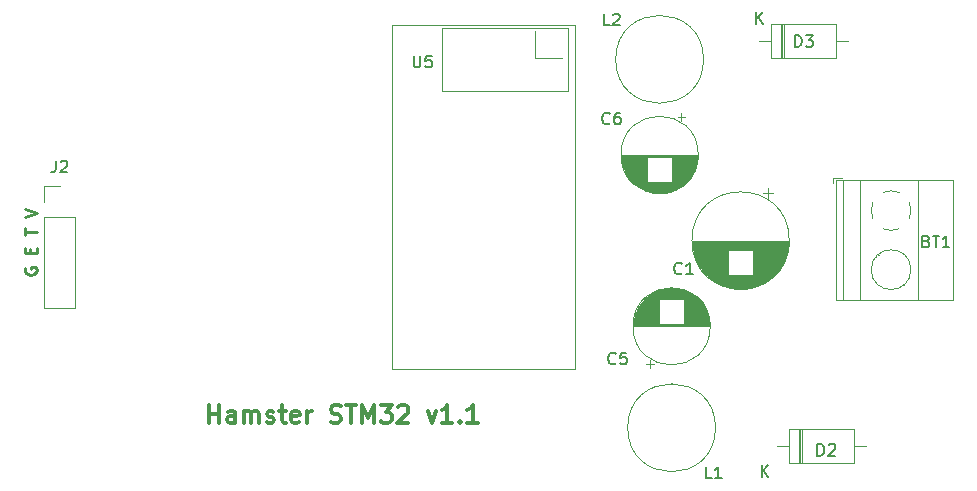
<source format=gto>
G04 #@! TF.GenerationSoftware,KiCad,Pcbnew,5.0.0*
G04 #@! TF.CreationDate,2018-09-22T16:12:04+03:00*
G04 #@! TF.ProjectId,stm32-hamster,73746D33322D68616D737465722E6B69,rev?*
G04 #@! TF.SameCoordinates,Original*
G04 #@! TF.FileFunction,Legend,Top*
G04 #@! TF.FilePolarity,Positive*
%FSLAX46Y46*%
G04 Gerber Fmt 4.6, Leading zero omitted, Abs format (unit mm)*
G04 Created by KiCad (PCBNEW 5.0.0) date Sat Sep 22 16:12:04 2018*
%MOMM*%
%LPD*%
G01*
G04 APERTURE LIST*
%ADD10C,0.250000*%
%ADD11C,0.300000*%
%ADD12C,0.120000*%
%ADD13C,0.150000*%
G04 APERTURE END LIST*
D10*
X105300000Y-98442857D02*
X105252380Y-98538095D01*
X105252380Y-98680952D01*
X105300000Y-98823809D01*
X105395238Y-98919047D01*
X105490476Y-98966666D01*
X105680952Y-99014285D01*
X105823809Y-99014285D01*
X106014285Y-98966666D01*
X106109523Y-98919047D01*
X106204761Y-98823809D01*
X106252380Y-98680952D01*
X106252380Y-98585714D01*
X106204761Y-98442857D01*
X106157142Y-98395238D01*
X105823809Y-98395238D01*
X105823809Y-98585714D01*
X105728571Y-97204761D02*
X105728571Y-96871428D01*
X106252380Y-96728571D02*
X106252380Y-97204761D01*
X105252380Y-97204761D01*
X105252380Y-96728571D01*
X105252380Y-95680952D02*
X105252380Y-95109523D01*
X106252380Y-95395238D02*
X105252380Y-95395238D01*
X105252380Y-94157142D02*
X106252380Y-93823809D01*
X105252380Y-93490476D01*
D11*
X120878571Y-111578571D02*
X120878571Y-110078571D01*
X120878571Y-110792857D02*
X121735714Y-110792857D01*
X121735714Y-111578571D02*
X121735714Y-110078571D01*
X123092857Y-111578571D02*
X123092857Y-110792857D01*
X123021428Y-110650000D01*
X122878571Y-110578571D01*
X122592857Y-110578571D01*
X122450000Y-110650000D01*
X123092857Y-111507142D02*
X122950000Y-111578571D01*
X122592857Y-111578571D01*
X122450000Y-111507142D01*
X122378571Y-111364285D01*
X122378571Y-111221428D01*
X122450000Y-111078571D01*
X122592857Y-111007142D01*
X122950000Y-111007142D01*
X123092857Y-110935714D01*
X123807142Y-111578571D02*
X123807142Y-110578571D01*
X123807142Y-110721428D02*
X123878571Y-110650000D01*
X124021428Y-110578571D01*
X124235714Y-110578571D01*
X124378571Y-110650000D01*
X124450000Y-110792857D01*
X124450000Y-111578571D01*
X124450000Y-110792857D02*
X124521428Y-110650000D01*
X124664285Y-110578571D01*
X124878571Y-110578571D01*
X125021428Y-110650000D01*
X125092857Y-110792857D01*
X125092857Y-111578571D01*
X125735714Y-111507142D02*
X125878571Y-111578571D01*
X126164285Y-111578571D01*
X126307142Y-111507142D01*
X126378571Y-111364285D01*
X126378571Y-111292857D01*
X126307142Y-111150000D01*
X126164285Y-111078571D01*
X125950000Y-111078571D01*
X125807142Y-111007142D01*
X125735714Y-110864285D01*
X125735714Y-110792857D01*
X125807142Y-110650000D01*
X125950000Y-110578571D01*
X126164285Y-110578571D01*
X126307142Y-110650000D01*
X126807142Y-110578571D02*
X127378571Y-110578571D01*
X127021428Y-110078571D02*
X127021428Y-111364285D01*
X127092857Y-111507142D01*
X127235714Y-111578571D01*
X127378571Y-111578571D01*
X128450000Y-111507142D02*
X128307142Y-111578571D01*
X128021428Y-111578571D01*
X127878571Y-111507142D01*
X127807142Y-111364285D01*
X127807142Y-110792857D01*
X127878571Y-110650000D01*
X128021428Y-110578571D01*
X128307142Y-110578571D01*
X128450000Y-110650000D01*
X128521428Y-110792857D01*
X128521428Y-110935714D01*
X127807142Y-111078571D01*
X129164285Y-111578571D02*
X129164285Y-110578571D01*
X129164285Y-110864285D02*
X129235714Y-110721428D01*
X129307142Y-110650000D01*
X129450000Y-110578571D01*
X129592857Y-110578571D01*
X131164285Y-111507142D02*
X131378571Y-111578571D01*
X131735714Y-111578571D01*
X131878571Y-111507142D01*
X131950000Y-111435714D01*
X132021428Y-111292857D01*
X132021428Y-111150000D01*
X131950000Y-111007142D01*
X131878571Y-110935714D01*
X131735714Y-110864285D01*
X131450000Y-110792857D01*
X131307142Y-110721428D01*
X131235714Y-110650000D01*
X131164285Y-110507142D01*
X131164285Y-110364285D01*
X131235714Y-110221428D01*
X131307142Y-110150000D01*
X131450000Y-110078571D01*
X131807142Y-110078571D01*
X132021428Y-110150000D01*
X132450000Y-110078571D02*
X133307142Y-110078571D01*
X132878571Y-111578571D02*
X132878571Y-110078571D01*
X133807142Y-111578571D02*
X133807142Y-110078571D01*
X134307142Y-111150000D01*
X134807142Y-110078571D01*
X134807142Y-111578571D01*
X135378571Y-110078571D02*
X136307142Y-110078571D01*
X135807142Y-110650000D01*
X136021428Y-110650000D01*
X136164285Y-110721428D01*
X136235714Y-110792857D01*
X136307142Y-110935714D01*
X136307142Y-111292857D01*
X136235714Y-111435714D01*
X136164285Y-111507142D01*
X136021428Y-111578571D01*
X135592857Y-111578571D01*
X135450000Y-111507142D01*
X135378571Y-111435714D01*
X136878571Y-110221428D02*
X136950000Y-110150000D01*
X137092857Y-110078571D01*
X137450000Y-110078571D01*
X137592857Y-110150000D01*
X137664285Y-110221428D01*
X137735714Y-110364285D01*
X137735714Y-110507142D01*
X137664285Y-110721428D01*
X136807142Y-111578571D01*
X137735714Y-111578571D01*
X139378571Y-110578571D02*
X139735714Y-111578571D01*
X140092857Y-110578571D01*
X141450000Y-111578571D02*
X140592857Y-111578571D01*
X141021428Y-111578571D02*
X141021428Y-110078571D01*
X140878571Y-110292857D01*
X140735714Y-110435714D01*
X140592857Y-110507142D01*
X142092857Y-111435714D02*
X142164285Y-111507142D01*
X142092857Y-111578571D01*
X142021428Y-111507142D01*
X142092857Y-111435714D01*
X142092857Y-111578571D01*
X143592857Y-111578571D02*
X142735714Y-111578571D01*
X143164285Y-111578571D02*
X143164285Y-110078571D01*
X143021428Y-110292857D01*
X142878571Y-110435714D01*
X142735714Y-110507142D01*
D12*
G04 #@! TO.C,D2*
X170780000Y-112068000D02*
X170780000Y-115008000D01*
X171020000Y-112068000D02*
X171020000Y-115008000D01*
X170900000Y-112068000D02*
X170900000Y-115008000D01*
X176460000Y-113538000D02*
X175440000Y-113538000D01*
X168980000Y-113538000D02*
X170000000Y-113538000D01*
X175440000Y-112068000D02*
X170000000Y-112068000D01*
X175440000Y-115008000D02*
X175440000Y-112068000D01*
X170000000Y-115008000D02*
X175440000Y-115008000D01*
X170000000Y-112068000D02*
X170000000Y-115008000D01*
G04 #@! TO.C,L1*
X163740000Y-111990000D02*
G75*
G03X163740000Y-111990000I-3720000J0D01*
G01*
G04 #@! TO.C,C1*
X169982000Y-96134000D02*
G75*
G03X169982000Y-96134000I-4120000J0D01*
G01*
X169942000Y-96134000D02*
X161782000Y-96134000D01*
X169942000Y-96174000D02*
X161782000Y-96174000D01*
X169942000Y-96214000D02*
X161782000Y-96214000D01*
X169941000Y-96254000D02*
X161783000Y-96254000D01*
X169939000Y-96294000D02*
X161785000Y-96294000D01*
X169938000Y-96334000D02*
X161786000Y-96334000D01*
X169936000Y-96374000D02*
X161788000Y-96374000D01*
X169933000Y-96414000D02*
X161791000Y-96414000D01*
X169930000Y-96454000D02*
X161794000Y-96454000D01*
X169927000Y-96494000D02*
X161797000Y-96494000D01*
X169923000Y-96534000D02*
X161801000Y-96534000D01*
X169919000Y-96574000D02*
X161805000Y-96574000D01*
X169914000Y-96614000D02*
X161810000Y-96614000D01*
X169910000Y-96654000D02*
X161814000Y-96654000D01*
X169904000Y-96694000D02*
X161820000Y-96694000D01*
X169899000Y-96734000D02*
X161825000Y-96734000D01*
X169892000Y-96774000D02*
X161832000Y-96774000D01*
X169886000Y-96814000D02*
X161838000Y-96814000D01*
X169879000Y-96855000D02*
X161845000Y-96855000D01*
X169872000Y-96895000D02*
X161852000Y-96895000D01*
X169864000Y-96935000D02*
X161860000Y-96935000D01*
X169856000Y-96975000D02*
X161868000Y-96975000D01*
X169847000Y-97015000D02*
X166902000Y-97015000D01*
X164822000Y-97015000D02*
X161877000Y-97015000D01*
X169838000Y-97055000D02*
X166902000Y-97055000D01*
X164822000Y-97055000D02*
X161886000Y-97055000D01*
X169829000Y-97095000D02*
X166902000Y-97095000D01*
X164822000Y-97095000D02*
X161895000Y-97095000D01*
X169819000Y-97135000D02*
X166902000Y-97135000D01*
X164822000Y-97135000D02*
X161905000Y-97135000D01*
X169809000Y-97175000D02*
X166902000Y-97175000D01*
X164822000Y-97175000D02*
X161915000Y-97175000D01*
X169798000Y-97215000D02*
X166902000Y-97215000D01*
X164822000Y-97215000D02*
X161926000Y-97215000D01*
X169787000Y-97255000D02*
X166902000Y-97255000D01*
X164822000Y-97255000D02*
X161937000Y-97255000D01*
X169776000Y-97295000D02*
X166902000Y-97295000D01*
X164822000Y-97295000D02*
X161948000Y-97295000D01*
X169764000Y-97335000D02*
X166902000Y-97335000D01*
X164822000Y-97335000D02*
X161960000Y-97335000D01*
X169751000Y-97375000D02*
X166902000Y-97375000D01*
X164822000Y-97375000D02*
X161973000Y-97375000D01*
X169739000Y-97415000D02*
X166902000Y-97415000D01*
X164822000Y-97415000D02*
X161985000Y-97415000D01*
X169725000Y-97455000D02*
X166902000Y-97455000D01*
X164822000Y-97455000D02*
X161999000Y-97455000D01*
X169712000Y-97495000D02*
X166902000Y-97495000D01*
X164822000Y-97495000D02*
X162012000Y-97495000D01*
X169697000Y-97535000D02*
X166902000Y-97535000D01*
X164822000Y-97535000D02*
X162027000Y-97535000D01*
X169683000Y-97575000D02*
X166902000Y-97575000D01*
X164822000Y-97575000D02*
X162041000Y-97575000D01*
X169667000Y-97615000D02*
X166902000Y-97615000D01*
X164822000Y-97615000D02*
X162057000Y-97615000D01*
X169652000Y-97655000D02*
X166902000Y-97655000D01*
X164822000Y-97655000D02*
X162072000Y-97655000D01*
X169636000Y-97695000D02*
X166902000Y-97695000D01*
X164822000Y-97695000D02*
X162088000Y-97695000D01*
X169619000Y-97735000D02*
X166902000Y-97735000D01*
X164822000Y-97735000D02*
X162105000Y-97735000D01*
X169602000Y-97775000D02*
X166902000Y-97775000D01*
X164822000Y-97775000D02*
X162122000Y-97775000D01*
X169584000Y-97815000D02*
X166902000Y-97815000D01*
X164822000Y-97815000D02*
X162140000Y-97815000D01*
X169566000Y-97855000D02*
X166902000Y-97855000D01*
X164822000Y-97855000D02*
X162158000Y-97855000D01*
X169548000Y-97895000D02*
X166902000Y-97895000D01*
X164822000Y-97895000D02*
X162176000Y-97895000D01*
X169528000Y-97935000D02*
X166902000Y-97935000D01*
X164822000Y-97935000D02*
X162196000Y-97935000D01*
X169509000Y-97975000D02*
X166902000Y-97975000D01*
X164822000Y-97975000D02*
X162215000Y-97975000D01*
X169489000Y-98015000D02*
X166902000Y-98015000D01*
X164822000Y-98015000D02*
X162235000Y-98015000D01*
X169468000Y-98055000D02*
X166902000Y-98055000D01*
X164822000Y-98055000D02*
X162256000Y-98055000D01*
X169446000Y-98095000D02*
X166902000Y-98095000D01*
X164822000Y-98095000D02*
X162278000Y-98095000D01*
X169424000Y-98135000D02*
X166902000Y-98135000D01*
X164822000Y-98135000D02*
X162300000Y-98135000D01*
X169402000Y-98175000D02*
X166902000Y-98175000D01*
X164822000Y-98175000D02*
X162322000Y-98175000D01*
X169379000Y-98215000D02*
X166902000Y-98215000D01*
X164822000Y-98215000D02*
X162345000Y-98215000D01*
X169355000Y-98255000D02*
X166902000Y-98255000D01*
X164822000Y-98255000D02*
X162369000Y-98255000D01*
X169331000Y-98295000D02*
X166902000Y-98295000D01*
X164822000Y-98295000D02*
X162393000Y-98295000D01*
X169306000Y-98335000D02*
X166902000Y-98335000D01*
X164822000Y-98335000D02*
X162418000Y-98335000D01*
X169280000Y-98375000D02*
X166902000Y-98375000D01*
X164822000Y-98375000D02*
X162444000Y-98375000D01*
X169254000Y-98415000D02*
X166902000Y-98415000D01*
X164822000Y-98415000D02*
X162470000Y-98415000D01*
X169227000Y-98455000D02*
X166902000Y-98455000D01*
X164822000Y-98455000D02*
X162497000Y-98455000D01*
X169200000Y-98495000D02*
X166902000Y-98495000D01*
X164822000Y-98495000D02*
X162524000Y-98495000D01*
X169171000Y-98535000D02*
X166902000Y-98535000D01*
X164822000Y-98535000D02*
X162553000Y-98535000D01*
X169142000Y-98575000D02*
X166902000Y-98575000D01*
X164822000Y-98575000D02*
X162582000Y-98575000D01*
X169112000Y-98615000D02*
X166902000Y-98615000D01*
X164822000Y-98615000D02*
X162612000Y-98615000D01*
X169082000Y-98655000D02*
X166902000Y-98655000D01*
X164822000Y-98655000D02*
X162642000Y-98655000D01*
X169051000Y-98695000D02*
X166902000Y-98695000D01*
X164822000Y-98695000D02*
X162673000Y-98695000D01*
X169018000Y-98735000D02*
X166902000Y-98735000D01*
X164822000Y-98735000D02*
X162706000Y-98735000D01*
X168986000Y-98775000D02*
X166902000Y-98775000D01*
X164822000Y-98775000D02*
X162738000Y-98775000D01*
X168952000Y-98815000D02*
X166902000Y-98815000D01*
X164822000Y-98815000D02*
X162772000Y-98815000D01*
X168917000Y-98855000D02*
X166902000Y-98855000D01*
X164822000Y-98855000D02*
X162807000Y-98855000D01*
X168881000Y-98895000D02*
X166902000Y-98895000D01*
X164822000Y-98895000D02*
X162843000Y-98895000D01*
X168845000Y-98935000D02*
X166902000Y-98935000D01*
X164822000Y-98935000D02*
X162879000Y-98935000D01*
X168807000Y-98975000D02*
X166902000Y-98975000D01*
X164822000Y-98975000D02*
X162917000Y-98975000D01*
X168769000Y-99015000D02*
X166902000Y-99015000D01*
X164822000Y-99015000D02*
X162955000Y-99015000D01*
X168729000Y-99055000D02*
X166902000Y-99055000D01*
X164822000Y-99055000D02*
X162995000Y-99055000D01*
X168688000Y-99095000D02*
X163036000Y-99095000D01*
X168646000Y-99135000D02*
X163078000Y-99135000D01*
X168603000Y-99175000D02*
X163121000Y-99175000D01*
X168559000Y-99215000D02*
X163165000Y-99215000D01*
X168513000Y-99255000D02*
X163211000Y-99255000D01*
X168466000Y-99295000D02*
X163258000Y-99295000D01*
X168418000Y-99335000D02*
X163306000Y-99335000D01*
X168367000Y-99375000D02*
X163357000Y-99375000D01*
X168316000Y-99415000D02*
X163408000Y-99415000D01*
X168262000Y-99455000D02*
X163462000Y-99455000D01*
X168207000Y-99495000D02*
X163517000Y-99495000D01*
X168149000Y-99535000D02*
X163575000Y-99535000D01*
X168090000Y-99575000D02*
X163634000Y-99575000D01*
X168028000Y-99615000D02*
X163696000Y-99615000D01*
X167964000Y-99655000D02*
X163760000Y-99655000D01*
X167896000Y-99695000D02*
X163828000Y-99695000D01*
X167826000Y-99735000D02*
X163898000Y-99735000D01*
X167752000Y-99775000D02*
X163972000Y-99775000D01*
X167675000Y-99815000D02*
X164049000Y-99815000D01*
X167593000Y-99855000D02*
X164131000Y-99855000D01*
X167507000Y-99895000D02*
X164217000Y-99895000D01*
X167414000Y-99935000D02*
X164310000Y-99935000D01*
X167315000Y-99975000D02*
X164409000Y-99975000D01*
X167208000Y-100015000D02*
X164516000Y-100015000D01*
X167091000Y-100055000D02*
X164633000Y-100055000D01*
X166960000Y-100095000D02*
X164764000Y-100095000D01*
X166810000Y-100135000D02*
X164914000Y-100135000D01*
X166630000Y-100175000D02*
X165094000Y-100175000D01*
X166395000Y-100215000D02*
X165329000Y-100215000D01*
X168177000Y-91724302D02*
X168177000Y-92524302D01*
X168577000Y-92124302D02*
X167777000Y-92124302D01*
G04 #@! TO.C,C5*
X157866000Y-106583241D02*
X158496000Y-106583241D01*
X158181000Y-106898241D02*
X158181000Y-106268241D01*
X159618000Y-100157000D02*
X160422000Y-100157000D01*
X159387000Y-100197000D02*
X160653000Y-100197000D01*
X159218000Y-100237000D02*
X160822000Y-100237000D01*
X159080000Y-100277000D02*
X160960000Y-100277000D01*
X158961000Y-100317000D02*
X161079000Y-100317000D01*
X158855000Y-100357000D02*
X161185000Y-100357000D01*
X158758000Y-100397000D02*
X161282000Y-100397000D01*
X158670000Y-100437000D02*
X161370000Y-100437000D01*
X158588000Y-100477000D02*
X161452000Y-100477000D01*
X158511000Y-100517000D02*
X161529000Y-100517000D01*
X158439000Y-100557000D02*
X161601000Y-100557000D01*
X158370000Y-100597000D02*
X161670000Y-100597000D01*
X158306000Y-100637000D02*
X161734000Y-100637000D01*
X158244000Y-100677000D02*
X161796000Y-100677000D01*
X158186000Y-100717000D02*
X161854000Y-100717000D01*
X158130000Y-100757000D02*
X161910000Y-100757000D01*
X158076000Y-100797000D02*
X161964000Y-100797000D01*
X158025000Y-100837000D02*
X162015000Y-100837000D01*
X157976000Y-100877000D02*
X162064000Y-100877000D01*
X157928000Y-100917000D02*
X162112000Y-100917000D01*
X157883000Y-100957000D02*
X162157000Y-100957000D01*
X157838000Y-100997000D02*
X162202000Y-100997000D01*
X157796000Y-101037000D02*
X162244000Y-101037000D01*
X157755000Y-101077000D02*
X162285000Y-101077000D01*
X161060000Y-101117000D02*
X162325000Y-101117000D01*
X157715000Y-101117000D02*
X158980000Y-101117000D01*
X161060000Y-101157000D02*
X162363000Y-101157000D01*
X157677000Y-101157000D02*
X158980000Y-101157000D01*
X161060000Y-101197000D02*
X162400000Y-101197000D01*
X157640000Y-101197000D02*
X158980000Y-101197000D01*
X161060000Y-101237000D02*
X162436000Y-101237000D01*
X157604000Y-101237000D02*
X158980000Y-101237000D01*
X161060000Y-101277000D02*
X162470000Y-101277000D01*
X157570000Y-101277000D02*
X158980000Y-101277000D01*
X161060000Y-101317000D02*
X162504000Y-101317000D01*
X157536000Y-101317000D02*
X158980000Y-101317000D01*
X161060000Y-101357000D02*
X162536000Y-101357000D01*
X157504000Y-101357000D02*
X158980000Y-101357000D01*
X161060000Y-101397000D02*
X162568000Y-101397000D01*
X157472000Y-101397000D02*
X158980000Y-101397000D01*
X161060000Y-101437000D02*
X162598000Y-101437000D01*
X157442000Y-101437000D02*
X158980000Y-101437000D01*
X161060000Y-101477000D02*
X162627000Y-101477000D01*
X157413000Y-101477000D02*
X158980000Y-101477000D01*
X161060000Y-101517000D02*
X162656000Y-101517000D01*
X157384000Y-101517000D02*
X158980000Y-101517000D01*
X161060000Y-101557000D02*
X162684000Y-101557000D01*
X157356000Y-101557000D02*
X158980000Y-101557000D01*
X161060000Y-101597000D02*
X162710000Y-101597000D01*
X157330000Y-101597000D02*
X158980000Y-101597000D01*
X161060000Y-101637000D02*
X162736000Y-101637000D01*
X157304000Y-101637000D02*
X158980000Y-101637000D01*
X161060000Y-101677000D02*
X162762000Y-101677000D01*
X157278000Y-101677000D02*
X158980000Y-101677000D01*
X161060000Y-101717000D02*
X162786000Y-101717000D01*
X157254000Y-101717000D02*
X158980000Y-101717000D01*
X161060000Y-101757000D02*
X162810000Y-101757000D01*
X157230000Y-101757000D02*
X158980000Y-101757000D01*
X161060000Y-101797000D02*
X162832000Y-101797000D01*
X157208000Y-101797000D02*
X158980000Y-101797000D01*
X161060000Y-101837000D02*
X162854000Y-101837000D01*
X157186000Y-101837000D02*
X158980000Y-101837000D01*
X161060000Y-101877000D02*
X162876000Y-101877000D01*
X157164000Y-101877000D02*
X158980000Y-101877000D01*
X161060000Y-101917000D02*
X162896000Y-101917000D01*
X157144000Y-101917000D02*
X158980000Y-101917000D01*
X161060000Y-101957000D02*
X162916000Y-101957000D01*
X157124000Y-101957000D02*
X158980000Y-101957000D01*
X161060000Y-101997000D02*
X162936000Y-101997000D01*
X157104000Y-101997000D02*
X158980000Y-101997000D01*
X161060000Y-102037000D02*
X162954000Y-102037000D01*
X157086000Y-102037000D02*
X158980000Y-102037000D01*
X161060000Y-102077000D02*
X162972000Y-102077000D01*
X157068000Y-102077000D02*
X158980000Y-102077000D01*
X161060000Y-102117000D02*
X162990000Y-102117000D01*
X157050000Y-102117000D02*
X158980000Y-102117000D01*
X161060000Y-102157000D02*
X163006000Y-102157000D01*
X157034000Y-102157000D02*
X158980000Y-102157000D01*
X161060000Y-102197000D02*
X163022000Y-102197000D01*
X157018000Y-102197000D02*
X158980000Y-102197000D01*
X161060000Y-102237000D02*
X163038000Y-102237000D01*
X157002000Y-102237000D02*
X158980000Y-102237000D01*
X161060000Y-102277000D02*
X163053000Y-102277000D01*
X156987000Y-102277000D02*
X158980000Y-102277000D01*
X161060000Y-102317000D02*
X163067000Y-102317000D01*
X156973000Y-102317000D02*
X158980000Y-102317000D01*
X161060000Y-102357000D02*
X163081000Y-102357000D01*
X156959000Y-102357000D02*
X158980000Y-102357000D01*
X161060000Y-102397000D02*
X163094000Y-102397000D01*
X156946000Y-102397000D02*
X158980000Y-102397000D01*
X161060000Y-102437000D02*
X163106000Y-102437000D01*
X156934000Y-102437000D02*
X158980000Y-102437000D01*
X161060000Y-102477000D02*
X163118000Y-102477000D01*
X156922000Y-102477000D02*
X158980000Y-102477000D01*
X161060000Y-102517000D02*
X163130000Y-102517000D01*
X156910000Y-102517000D02*
X158980000Y-102517000D01*
X161060000Y-102557000D02*
X163141000Y-102557000D01*
X156899000Y-102557000D02*
X158980000Y-102557000D01*
X161060000Y-102597000D02*
X163151000Y-102597000D01*
X156889000Y-102597000D02*
X158980000Y-102597000D01*
X161060000Y-102637000D02*
X163161000Y-102637000D01*
X156879000Y-102637000D02*
X158980000Y-102637000D01*
X161060000Y-102677000D02*
X163170000Y-102677000D01*
X156870000Y-102677000D02*
X158980000Y-102677000D01*
X161060000Y-102718000D02*
X163179000Y-102718000D01*
X156861000Y-102718000D02*
X158980000Y-102718000D01*
X161060000Y-102758000D02*
X163187000Y-102758000D01*
X156853000Y-102758000D02*
X158980000Y-102758000D01*
X161060000Y-102798000D02*
X163195000Y-102798000D01*
X156845000Y-102798000D02*
X158980000Y-102798000D01*
X161060000Y-102838000D02*
X163202000Y-102838000D01*
X156838000Y-102838000D02*
X158980000Y-102838000D01*
X161060000Y-102878000D02*
X163209000Y-102878000D01*
X156831000Y-102878000D02*
X158980000Y-102878000D01*
X161060000Y-102918000D02*
X163215000Y-102918000D01*
X156825000Y-102918000D02*
X158980000Y-102918000D01*
X161060000Y-102958000D02*
X163221000Y-102958000D01*
X156819000Y-102958000D02*
X158980000Y-102958000D01*
X161060000Y-102998000D02*
X163226000Y-102998000D01*
X156814000Y-102998000D02*
X158980000Y-102998000D01*
X161060000Y-103038000D02*
X163231000Y-103038000D01*
X156809000Y-103038000D02*
X158980000Y-103038000D01*
X161060000Y-103078000D02*
X163235000Y-103078000D01*
X156805000Y-103078000D02*
X158980000Y-103078000D01*
X161060000Y-103118000D02*
X163238000Y-103118000D01*
X156802000Y-103118000D02*
X158980000Y-103118000D01*
X161060000Y-103158000D02*
X163242000Y-103158000D01*
X156798000Y-103158000D02*
X158980000Y-103158000D01*
X156796000Y-103198000D02*
X163244000Y-103198000D01*
X156793000Y-103238000D02*
X163247000Y-103238000D01*
X156792000Y-103278000D02*
X163248000Y-103278000D01*
X156790000Y-103318000D02*
X163250000Y-103318000D01*
X156790000Y-103358000D02*
X163250000Y-103358000D01*
X156790000Y-103398000D02*
X163250000Y-103398000D01*
X163290000Y-103398000D02*
G75*
G03X163290000Y-103398000I-3270000J0D01*
G01*
G04 #@! TO.C,C6*
X162274000Y-88880000D02*
G75*
G03X162274000Y-88880000I-3270000J0D01*
G01*
X162234000Y-88880000D02*
X155774000Y-88880000D01*
X162234000Y-88920000D02*
X155774000Y-88920000D01*
X162234000Y-88960000D02*
X155774000Y-88960000D01*
X162232000Y-89000000D02*
X155776000Y-89000000D01*
X162231000Y-89040000D02*
X155777000Y-89040000D01*
X162228000Y-89080000D02*
X155780000Y-89080000D01*
X162226000Y-89120000D02*
X160044000Y-89120000D01*
X157964000Y-89120000D02*
X155782000Y-89120000D01*
X162222000Y-89160000D02*
X160044000Y-89160000D01*
X157964000Y-89160000D02*
X155786000Y-89160000D01*
X162219000Y-89200000D02*
X160044000Y-89200000D01*
X157964000Y-89200000D02*
X155789000Y-89200000D01*
X162215000Y-89240000D02*
X160044000Y-89240000D01*
X157964000Y-89240000D02*
X155793000Y-89240000D01*
X162210000Y-89280000D02*
X160044000Y-89280000D01*
X157964000Y-89280000D02*
X155798000Y-89280000D01*
X162205000Y-89320000D02*
X160044000Y-89320000D01*
X157964000Y-89320000D02*
X155803000Y-89320000D01*
X162199000Y-89360000D02*
X160044000Y-89360000D01*
X157964000Y-89360000D02*
X155809000Y-89360000D01*
X162193000Y-89400000D02*
X160044000Y-89400000D01*
X157964000Y-89400000D02*
X155815000Y-89400000D01*
X162186000Y-89440000D02*
X160044000Y-89440000D01*
X157964000Y-89440000D02*
X155822000Y-89440000D01*
X162179000Y-89480000D02*
X160044000Y-89480000D01*
X157964000Y-89480000D02*
X155829000Y-89480000D01*
X162171000Y-89520000D02*
X160044000Y-89520000D01*
X157964000Y-89520000D02*
X155837000Y-89520000D01*
X162163000Y-89560000D02*
X160044000Y-89560000D01*
X157964000Y-89560000D02*
X155845000Y-89560000D01*
X162154000Y-89601000D02*
X160044000Y-89601000D01*
X157964000Y-89601000D02*
X155854000Y-89601000D01*
X162145000Y-89641000D02*
X160044000Y-89641000D01*
X157964000Y-89641000D02*
X155863000Y-89641000D01*
X162135000Y-89681000D02*
X160044000Y-89681000D01*
X157964000Y-89681000D02*
X155873000Y-89681000D01*
X162125000Y-89721000D02*
X160044000Y-89721000D01*
X157964000Y-89721000D02*
X155883000Y-89721000D01*
X162114000Y-89761000D02*
X160044000Y-89761000D01*
X157964000Y-89761000D02*
X155894000Y-89761000D01*
X162102000Y-89801000D02*
X160044000Y-89801000D01*
X157964000Y-89801000D02*
X155906000Y-89801000D01*
X162090000Y-89841000D02*
X160044000Y-89841000D01*
X157964000Y-89841000D02*
X155918000Y-89841000D01*
X162078000Y-89881000D02*
X160044000Y-89881000D01*
X157964000Y-89881000D02*
X155930000Y-89881000D01*
X162065000Y-89921000D02*
X160044000Y-89921000D01*
X157964000Y-89921000D02*
X155943000Y-89921000D01*
X162051000Y-89961000D02*
X160044000Y-89961000D01*
X157964000Y-89961000D02*
X155957000Y-89961000D01*
X162037000Y-90001000D02*
X160044000Y-90001000D01*
X157964000Y-90001000D02*
X155971000Y-90001000D01*
X162022000Y-90041000D02*
X160044000Y-90041000D01*
X157964000Y-90041000D02*
X155986000Y-90041000D01*
X162006000Y-90081000D02*
X160044000Y-90081000D01*
X157964000Y-90081000D02*
X156002000Y-90081000D01*
X161990000Y-90121000D02*
X160044000Y-90121000D01*
X157964000Y-90121000D02*
X156018000Y-90121000D01*
X161974000Y-90161000D02*
X160044000Y-90161000D01*
X157964000Y-90161000D02*
X156034000Y-90161000D01*
X161956000Y-90201000D02*
X160044000Y-90201000D01*
X157964000Y-90201000D02*
X156052000Y-90201000D01*
X161938000Y-90241000D02*
X160044000Y-90241000D01*
X157964000Y-90241000D02*
X156070000Y-90241000D01*
X161920000Y-90281000D02*
X160044000Y-90281000D01*
X157964000Y-90281000D02*
X156088000Y-90281000D01*
X161900000Y-90321000D02*
X160044000Y-90321000D01*
X157964000Y-90321000D02*
X156108000Y-90321000D01*
X161880000Y-90361000D02*
X160044000Y-90361000D01*
X157964000Y-90361000D02*
X156128000Y-90361000D01*
X161860000Y-90401000D02*
X160044000Y-90401000D01*
X157964000Y-90401000D02*
X156148000Y-90401000D01*
X161838000Y-90441000D02*
X160044000Y-90441000D01*
X157964000Y-90441000D02*
X156170000Y-90441000D01*
X161816000Y-90481000D02*
X160044000Y-90481000D01*
X157964000Y-90481000D02*
X156192000Y-90481000D01*
X161794000Y-90521000D02*
X160044000Y-90521000D01*
X157964000Y-90521000D02*
X156214000Y-90521000D01*
X161770000Y-90561000D02*
X160044000Y-90561000D01*
X157964000Y-90561000D02*
X156238000Y-90561000D01*
X161746000Y-90601000D02*
X160044000Y-90601000D01*
X157964000Y-90601000D02*
X156262000Y-90601000D01*
X161720000Y-90641000D02*
X160044000Y-90641000D01*
X157964000Y-90641000D02*
X156288000Y-90641000D01*
X161694000Y-90681000D02*
X160044000Y-90681000D01*
X157964000Y-90681000D02*
X156314000Y-90681000D01*
X161668000Y-90721000D02*
X160044000Y-90721000D01*
X157964000Y-90721000D02*
X156340000Y-90721000D01*
X161640000Y-90761000D02*
X160044000Y-90761000D01*
X157964000Y-90761000D02*
X156368000Y-90761000D01*
X161611000Y-90801000D02*
X160044000Y-90801000D01*
X157964000Y-90801000D02*
X156397000Y-90801000D01*
X161582000Y-90841000D02*
X160044000Y-90841000D01*
X157964000Y-90841000D02*
X156426000Y-90841000D01*
X161552000Y-90881000D02*
X160044000Y-90881000D01*
X157964000Y-90881000D02*
X156456000Y-90881000D01*
X161520000Y-90921000D02*
X160044000Y-90921000D01*
X157964000Y-90921000D02*
X156488000Y-90921000D01*
X161488000Y-90961000D02*
X160044000Y-90961000D01*
X157964000Y-90961000D02*
X156520000Y-90961000D01*
X161454000Y-91001000D02*
X160044000Y-91001000D01*
X157964000Y-91001000D02*
X156554000Y-91001000D01*
X161420000Y-91041000D02*
X160044000Y-91041000D01*
X157964000Y-91041000D02*
X156588000Y-91041000D01*
X161384000Y-91081000D02*
X160044000Y-91081000D01*
X157964000Y-91081000D02*
X156624000Y-91081000D01*
X161347000Y-91121000D02*
X160044000Y-91121000D01*
X157964000Y-91121000D02*
X156661000Y-91121000D01*
X161309000Y-91161000D02*
X160044000Y-91161000D01*
X157964000Y-91161000D02*
X156699000Y-91161000D01*
X161269000Y-91201000D02*
X156739000Y-91201000D01*
X161228000Y-91241000D02*
X156780000Y-91241000D01*
X161186000Y-91281000D02*
X156822000Y-91281000D01*
X161141000Y-91321000D02*
X156867000Y-91321000D01*
X161096000Y-91361000D02*
X156912000Y-91361000D01*
X161048000Y-91401000D02*
X156960000Y-91401000D01*
X160999000Y-91441000D02*
X157009000Y-91441000D01*
X160948000Y-91481000D02*
X157060000Y-91481000D01*
X160894000Y-91521000D02*
X157114000Y-91521000D01*
X160838000Y-91561000D02*
X157170000Y-91561000D01*
X160780000Y-91601000D02*
X157228000Y-91601000D01*
X160718000Y-91641000D02*
X157290000Y-91641000D01*
X160654000Y-91681000D02*
X157354000Y-91681000D01*
X160585000Y-91721000D02*
X157423000Y-91721000D01*
X160513000Y-91761000D02*
X157495000Y-91761000D01*
X160436000Y-91801000D02*
X157572000Y-91801000D01*
X160354000Y-91841000D02*
X157654000Y-91841000D01*
X160266000Y-91881000D02*
X157742000Y-91881000D01*
X160169000Y-91921000D02*
X157839000Y-91921000D01*
X160063000Y-91961000D02*
X157945000Y-91961000D01*
X159944000Y-92001000D02*
X158064000Y-92001000D01*
X159806000Y-92041000D02*
X158202000Y-92041000D01*
X159637000Y-92081000D02*
X158371000Y-92081000D01*
X159406000Y-92121000D02*
X158602000Y-92121000D01*
X160843000Y-85379759D02*
X160843000Y-86009759D01*
X161158000Y-85694759D02*
X160528000Y-85694759D01*
G04 #@! TO.C,D3*
X168476000Y-77778000D02*
X168476000Y-80718000D01*
X168476000Y-80718000D02*
X173916000Y-80718000D01*
X173916000Y-80718000D02*
X173916000Y-77778000D01*
X173916000Y-77778000D02*
X168476000Y-77778000D01*
X167456000Y-79248000D02*
X168476000Y-79248000D01*
X174936000Y-79248000D02*
X173916000Y-79248000D01*
X169376000Y-77778000D02*
X169376000Y-80718000D01*
X169496000Y-77778000D02*
X169496000Y-80718000D01*
X169256000Y-77778000D02*
X169256000Y-80718000D01*
G04 #@! TO.C,J2*
X106870000Y-101820000D02*
X109530000Y-101820000D01*
X106870000Y-94140000D02*
X106870000Y-101820000D01*
X109530000Y-94140000D02*
X109530000Y-101820000D01*
X106870000Y-94140000D02*
X109530000Y-94140000D01*
X106870000Y-92870000D02*
X106870000Y-91540000D01*
X106870000Y-91540000D02*
X108200000Y-91540000D01*
G04 #@! TO.C,L2*
X162724000Y-80796000D02*
G75*
G03X162724000Y-80796000I-3720000J0D01*
G01*
G04 #@! TO.C,U5*
X151224000Y-78180000D02*
X151224000Y-83514000D01*
X151224000Y-83514000D02*
X140556000Y-83514000D01*
X140556000Y-83514000D02*
X140556000Y-78180000D01*
X140556000Y-78180000D02*
X140556000Y-78180000D01*
X150716000Y-80720000D02*
X148430000Y-80720000D01*
X148430000Y-80720000D02*
X148430000Y-78434000D01*
X148430000Y-78434000D02*
X148430000Y-78434000D01*
X151800000Y-77850000D02*
X151800000Y-107050000D01*
X151800000Y-107050000D02*
X136350000Y-107050000D01*
X136350000Y-107050000D02*
X136350000Y-77850000D01*
X136350000Y-77850000D02*
X151800000Y-77850000D01*
X151800000Y-77850000D02*
X151800000Y-77850000D01*
X140556000Y-78180000D02*
X151224000Y-78180000D01*
X151224000Y-78180000D02*
X151224000Y-78180000D01*
G04 #@! TO.C,BT1*
X177065244Y-94283318D02*
G75*
G02X176920000Y-93600000I1534756J683318D01*
G01*
X179283042Y-95135426D02*
G75*
G02X177916000Y-95135000I-683042J1535426D01*
G01*
X180135426Y-92916958D02*
G75*
G02X180135000Y-94284000I-1535426J-683042D01*
G01*
X177916958Y-92064574D02*
G75*
G02X179284000Y-92065000I683042J-1535426D01*
G01*
X176919747Y-93628805D02*
G75*
G02X177065000Y-92916000I1680253J28805D01*
G01*
X180280000Y-98600000D02*
G75*
G03X180280000Y-98600000I-1680000J0D01*
G01*
X174500000Y-91040000D02*
X174500000Y-101160000D01*
X176000000Y-91040000D02*
X176000000Y-101160000D01*
X180901000Y-91040000D02*
X180901000Y-101160000D01*
X183861000Y-91040000D02*
X183861000Y-101160000D01*
X173940000Y-91040000D02*
X173940000Y-101160000D01*
X183861000Y-91040000D02*
X173940000Y-91040000D01*
X183861000Y-101160000D02*
X173940000Y-101160000D01*
X179669000Y-99875000D02*
X179623000Y-99828000D01*
X177361000Y-97566000D02*
X177326000Y-97531000D01*
X179875000Y-99670000D02*
X179839000Y-99635000D01*
X177577000Y-97373000D02*
X177531000Y-97326000D01*
X174440000Y-90800000D02*
X173700000Y-90800000D01*
X173700000Y-90800000D02*
X173700000Y-91300000D01*
G04 #@! TO.C,D2*
D13*
X172361904Y-114352380D02*
X172361904Y-113352380D01*
X172600000Y-113352380D01*
X172742857Y-113400000D01*
X172838095Y-113495238D01*
X172885714Y-113590476D01*
X172933333Y-113780952D01*
X172933333Y-113923809D01*
X172885714Y-114114285D01*
X172838095Y-114209523D01*
X172742857Y-114304761D01*
X172600000Y-114352380D01*
X172361904Y-114352380D01*
X173314285Y-113447619D02*
X173361904Y-113400000D01*
X173457142Y-113352380D01*
X173695238Y-113352380D01*
X173790476Y-113400000D01*
X173838095Y-113447619D01*
X173885714Y-113542857D01*
X173885714Y-113638095D01*
X173838095Y-113780952D01*
X173266666Y-114352380D01*
X173885714Y-114352380D01*
X167638095Y-116152380D02*
X167638095Y-115152380D01*
X168209523Y-116152380D02*
X167780952Y-115580952D01*
X168209523Y-115152380D02*
X167638095Y-115723809D01*
G04 #@! TO.C,L1*
X163409333Y-116276380D02*
X162933142Y-116276380D01*
X162933142Y-115276380D01*
X164266476Y-116276380D02*
X163695047Y-116276380D01*
X163980761Y-116276380D02*
X163980761Y-115276380D01*
X163885523Y-115419238D01*
X163790285Y-115514476D01*
X163695047Y-115562095D01*
G04 #@! TO.C,C1*
X160869333Y-98909142D02*
X160821714Y-98956761D01*
X160678857Y-99004380D01*
X160583619Y-99004380D01*
X160440761Y-98956761D01*
X160345523Y-98861523D01*
X160297904Y-98766285D01*
X160250285Y-98575809D01*
X160250285Y-98432952D01*
X160297904Y-98242476D01*
X160345523Y-98147238D01*
X160440761Y-98052000D01*
X160583619Y-98004380D01*
X160678857Y-98004380D01*
X160821714Y-98052000D01*
X160869333Y-98099619D01*
X161821714Y-99004380D02*
X161250285Y-99004380D01*
X161536000Y-99004380D02*
X161536000Y-98004380D01*
X161440761Y-98147238D01*
X161345523Y-98242476D01*
X161250285Y-98290095D01*
G04 #@! TO.C,C5*
X155281333Y-106529142D02*
X155233714Y-106576761D01*
X155090857Y-106624380D01*
X154995619Y-106624380D01*
X154852761Y-106576761D01*
X154757523Y-106481523D01*
X154709904Y-106386285D01*
X154662285Y-106195809D01*
X154662285Y-106052952D01*
X154709904Y-105862476D01*
X154757523Y-105767238D01*
X154852761Y-105672000D01*
X154995619Y-105624380D01*
X155090857Y-105624380D01*
X155233714Y-105672000D01*
X155281333Y-105719619D01*
X156186095Y-105624380D02*
X155709904Y-105624380D01*
X155662285Y-106100571D01*
X155709904Y-106052952D01*
X155805142Y-106005333D01*
X156043238Y-106005333D01*
X156138476Y-106052952D01*
X156186095Y-106100571D01*
X156233714Y-106195809D01*
X156233714Y-106433904D01*
X156186095Y-106529142D01*
X156138476Y-106576761D01*
X156043238Y-106624380D01*
X155805142Y-106624380D01*
X155709904Y-106576761D01*
X155662285Y-106529142D01*
G04 #@! TO.C,C6*
X154773333Y-86209142D02*
X154725714Y-86256761D01*
X154582857Y-86304380D01*
X154487619Y-86304380D01*
X154344761Y-86256761D01*
X154249523Y-86161523D01*
X154201904Y-86066285D01*
X154154285Y-85875809D01*
X154154285Y-85732952D01*
X154201904Y-85542476D01*
X154249523Y-85447238D01*
X154344761Y-85352000D01*
X154487619Y-85304380D01*
X154582857Y-85304380D01*
X154725714Y-85352000D01*
X154773333Y-85399619D01*
X155630476Y-85304380D02*
X155440000Y-85304380D01*
X155344761Y-85352000D01*
X155297142Y-85399619D01*
X155201904Y-85542476D01*
X155154285Y-85732952D01*
X155154285Y-86113904D01*
X155201904Y-86209142D01*
X155249523Y-86256761D01*
X155344761Y-86304380D01*
X155535238Y-86304380D01*
X155630476Y-86256761D01*
X155678095Y-86209142D01*
X155725714Y-86113904D01*
X155725714Y-85875809D01*
X155678095Y-85780571D01*
X155630476Y-85732952D01*
X155535238Y-85685333D01*
X155344761Y-85685333D01*
X155249523Y-85732952D01*
X155201904Y-85780571D01*
X155154285Y-85875809D01*
G04 #@! TO.C,D3*
X170461904Y-79752380D02*
X170461904Y-78752380D01*
X170700000Y-78752380D01*
X170842857Y-78800000D01*
X170938095Y-78895238D01*
X170985714Y-78990476D01*
X171033333Y-79180952D01*
X171033333Y-79323809D01*
X170985714Y-79514285D01*
X170938095Y-79609523D01*
X170842857Y-79704761D01*
X170700000Y-79752380D01*
X170461904Y-79752380D01*
X171366666Y-78752380D02*
X171985714Y-78752380D01*
X171652380Y-79133333D01*
X171795238Y-79133333D01*
X171890476Y-79180952D01*
X171938095Y-79228571D01*
X171985714Y-79323809D01*
X171985714Y-79561904D01*
X171938095Y-79657142D01*
X171890476Y-79704761D01*
X171795238Y-79752380D01*
X171509523Y-79752380D01*
X171414285Y-79704761D01*
X171366666Y-79657142D01*
X167188095Y-77802380D02*
X167188095Y-76802380D01*
X167759523Y-77802380D02*
X167330952Y-77230952D01*
X167759523Y-76802380D02*
X167188095Y-77373809D01*
G04 #@! TO.C,J2*
X107866666Y-89368380D02*
X107866666Y-90082666D01*
X107819047Y-90225523D01*
X107723809Y-90320761D01*
X107580952Y-90368380D01*
X107485714Y-90368380D01*
X108295238Y-89463619D02*
X108342857Y-89416000D01*
X108438095Y-89368380D01*
X108676190Y-89368380D01*
X108771428Y-89416000D01*
X108819047Y-89463619D01*
X108866666Y-89558857D01*
X108866666Y-89654095D01*
X108819047Y-89796952D01*
X108247619Y-90368380D01*
X108866666Y-90368380D01*
G04 #@! TO.C,L2*
X154773333Y-77922380D02*
X154297142Y-77922380D01*
X154297142Y-76922380D01*
X155059047Y-77017619D02*
X155106666Y-76970000D01*
X155201904Y-76922380D01*
X155440000Y-76922380D01*
X155535238Y-76970000D01*
X155582857Y-77017619D01*
X155630476Y-77112857D01*
X155630476Y-77208095D01*
X155582857Y-77350952D01*
X155011428Y-77922380D01*
X155630476Y-77922380D01*
G04 #@! TO.C,U5*
X138176095Y-80478380D02*
X138176095Y-81287904D01*
X138223714Y-81383142D01*
X138271333Y-81430761D01*
X138366571Y-81478380D01*
X138557047Y-81478380D01*
X138652285Y-81430761D01*
X138699904Y-81383142D01*
X138747523Y-81287904D01*
X138747523Y-80478380D01*
X139699904Y-80478380D02*
X139223714Y-80478380D01*
X139176095Y-80954571D01*
X139223714Y-80906952D01*
X139318952Y-80859333D01*
X139557047Y-80859333D01*
X139652285Y-80906952D01*
X139699904Y-80954571D01*
X139747523Y-81049809D01*
X139747523Y-81287904D01*
X139699904Y-81383142D01*
X139652285Y-81430761D01*
X139557047Y-81478380D01*
X139318952Y-81478380D01*
X139223714Y-81430761D01*
X139176095Y-81383142D01*
G04 #@! TO.C,BT1*
X181586285Y-96194571D02*
X181729142Y-96242190D01*
X181776761Y-96289809D01*
X181824380Y-96385047D01*
X181824380Y-96527904D01*
X181776761Y-96623142D01*
X181729142Y-96670761D01*
X181633904Y-96718380D01*
X181252952Y-96718380D01*
X181252952Y-95718380D01*
X181586285Y-95718380D01*
X181681523Y-95766000D01*
X181729142Y-95813619D01*
X181776761Y-95908857D01*
X181776761Y-96004095D01*
X181729142Y-96099333D01*
X181681523Y-96146952D01*
X181586285Y-96194571D01*
X181252952Y-96194571D01*
X182110095Y-95718380D02*
X182681523Y-95718380D01*
X182395809Y-96718380D02*
X182395809Y-95718380D01*
X183538666Y-96718380D02*
X182967238Y-96718380D01*
X183252952Y-96718380D02*
X183252952Y-95718380D01*
X183157714Y-95861238D01*
X183062476Y-95956476D01*
X182967238Y-96004095D01*
G04 #@! TD*
M02*

</source>
